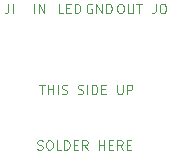
<source format=gbr>
%TF.GenerationSoftware,KiCad,Pcbnew,9.0.0*%
%TF.CreationDate,2025-02-28T17:36:00-08:00*%
%TF.ProjectId,3pdt board,33706474-2062-46f6-9172-642e6b696361,rev?*%
%TF.SameCoordinates,Original*%
%TF.FileFunction,Legend,Top*%
%TF.FilePolarity,Positive*%
%FSLAX46Y46*%
G04 Gerber Fmt 4.6, Leading zero omitted, Abs format (unit mm)*
G04 Created by KiCad (PCBNEW 9.0.0) date 2025-02-28 17:36:00*
%MOMM*%
%LPD*%
G01*
G04 APERTURE LIST*
%ADD10C,0.100000*%
G04 APERTURE END LIST*
D10*
X135628169Y-81858800D02*
X135742455Y-81896895D01*
X135742455Y-81896895D02*
X135932931Y-81896895D01*
X135932931Y-81896895D02*
X136009122Y-81858800D01*
X136009122Y-81858800D02*
X136047217Y-81820704D01*
X136047217Y-81820704D02*
X136085312Y-81744514D01*
X136085312Y-81744514D02*
X136085312Y-81668323D01*
X136085312Y-81668323D02*
X136047217Y-81592133D01*
X136047217Y-81592133D02*
X136009122Y-81554038D01*
X136009122Y-81554038D02*
X135932931Y-81515942D01*
X135932931Y-81515942D02*
X135780550Y-81477847D01*
X135780550Y-81477847D02*
X135704360Y-81439752D01*
X135704360Y-81439752D02*
X135666265Y-81401657D01*
X135666265Y-81401657D02*
X135628169Y-81325466D01*
X135628169Y-81325466D02*
X135628169Y-81249276D01*
X135628169Y-81249276D02*
X135666265Y-81173085D01*
X135666265Y-81173085D02*
X135704360Y-81134990D01*
X135704360Y-81134990D02*
X135780550Y-81096895D01*
X135780550Y-81096895D02*
X135971027Y-81096895D01*
X135971027Y-81096895D02*
X136085312Y-81134990D01*
X136580551Y-81096895D02*
X136732932Y-81096895D01*
X136732932Y-81096895D02*
X136809122Y-81134990D01*
X136809122Y-81134990D02*
X136885313Y-81211180D01*
X136885313Y-81211180D02*
X136923408Y-81363561D01*
X136923408Y-81363561D02*
X136923408Y-81630228D01*
X136923408Y-81630228D02*
X136885313Y-81782609D01*
X136885313Y-81782609D02*
X136809122Y-81858800D01*
X136809122Y-81858800D02*
X136732932Y-81896895D01*
X136732932Y-81896895D02*
X136580551Y-81896895D01*
X136580551Y-81896895D02*
X136504360Y-81858800D01*
X136504360Y-81858800D02*
X136428170Y-81782609D01*
X136428170Y-81782609D02*
X136390074Y-81630228D01*
X136390074Y-81630228D02*
X136390074Y-81363561D01*
X136390074Y-81363561D02*
X136428170Y-81211180D01*
X136428170Y-81211180D02*
X136504360Y-81134990D01*
X136504360Y-81134990D02*
X136580551Y-81096895D01*
X137647217Y-81896895D02*
X137266265Y-81896895D01*
X137266265Y-81896895D02*
X137266265Y-81096895D01*
X137913884Y-81896895D02*
X137913884Y-81096895D01*
X137913884Y-81096895D02*
X138104360Y-81096895D01*
X138104360Y-81096895D02*
X138218646Y-81134990D01*
X138218646Y-81134990D02*
X138294836Y-81211180D01*
X138294836Y-81211180D02*
X138332931Y-81287371D01*
X138332931Y-81287371D02*
X138371027Y-81439752D01*
X138371027Y-81439752D02*
X138371027Y-81554038D01*
X138371027Y-81554038D02*
X138332931Y-81706419D01*
X138332931Y-81706419D02*
X138294836Y-81782609D01*
X138294836Y-81782609D02*
X138218646Y-81858800D01*
X138218646Y-81858800D02*
X138104360Y-81896895D01*
X138104360Y-81896895D02*
X137913884Y-81896895D01*
X138713884Y-81477847D02*
X138980550Y-81477847D01*
X139094836Y-81896895D02*
X138713884Y-81896895D01*
X138713884Y-81896895D02*
X138713884Y-81096895D01*
X138713884Y-81096895D02*
X139094836Y-81096895D01*
X139894837Y-81896895D02*
X139628170Y-81515942D01*
X139437694Y-81896895D02*
X139437694Y-81096895D01*
X139437694Y-81096895D02*
X139742456Y-81096895D01*
X139742456Y-81096895D02*
X139818646Y-81134990D01*
X139818646Y-81134990D02*
X139856741Y-81173085D01*
X139856741Y-81173085D02*
X139894837Y-81249276D01*
X139894837Y-81249276D02*
X139894837Y-81363561D01*
X139894837Y-81363561D02*
X139856741Y-81439752D01*
X139856741Y-81439752D02*
X139818646Y-81477847D01*
X139818646Y-81477847D02*
X139742456Y-81515942D01*
X139742456Y-81515942D02*
X139437694Y-81515942D01*
X140847218Y-81896895D02*
X140847218Y-81096895D01*
X140847218Y-81477847D02*
X141304361Y-81477847D01*
X141304361Y-81896895D02*
X141304361Y-81096895D01*
X141685313Y-81477847D02*
X141951979Y-81477847D01*
X142066265Y-81896895D02*
X141685313Y-81896895D01*
X141685313Y-81896895D02*
X141685313Y-81096895D01*
X141685313Y-81096895D02*
X142066265Y-81096895D01*
X142866266Y-81896895D02*
X142599599Y-81515942D01*
X142409123Y-81896895D02*
X142409123Y-81096895D01*
X142409123Y-81096895D02*
X142713885Y-81096895D01*
X142713885Y-81096895D02*
X142790075Y-81134990D01*
X142790075Y-81134990D02*
X142828170Y-81173085D01*
X142828170Y-81173085D02*
X142866266Y-81249276D01*
X142866266Y-81249276D02*
X142866266Y-81363561D01*
X142866266Y-81363561D02*
X142828170Y-81439752D01*
X142828170Y-81439752D02*
X142790075Y-81477847D01*
X142790075Y-81477847D02*
X142713885Y-81515942D01*
X142713885Y-81515942D02*
X142409123Y-81515942D01*
X143209123Y-81477847D02*
X143475789Y-81477847D01*
X143590075Y-81896895D02*
X143209123Y-81896895D01*
X143209123Y-81896895D02*
X143209123Y-81096895D01*
X143209123Y-81096895D02*
X143590075Y-81096895D01*
X135801979Y-76396895D02*
X136259122Y-76396895D01*
X136030550Y-77196895D02*
X136030550Y-76396895D01*
X136525789Y-77196895D02*
X136525789Y-76396895D01*
X136525789Y-76777847D02*
X136982932Y-76777847D01*
X136982932Y-77196895D02*
X136982932Y-76396895D01*
X137363884Y-77196895D02*
X137363884Y-76396895D01*
X137706740Y-77158800D02*
X137821026Y-77196895D01*
X137821026Y-77196895D02*
X138011502Y-77196895D01*
X138011502Y-77196895D02*
X138087693Y-77158800D01*
X138087693Y-77158800D02*
X138125788Y-77120704D01*
X138125788Y-77120704D02*
X138163883Y-77044514D01*
X138163883Y-77044514D02*
X138163883Y-76968323D01*
X138163883Y-76968323D02*
X138125788Y-76892133D01*
X138125788Y-76892133D02*
X138087693Y-76854038D01*
X138087693Y-76854038D02*
X138011502Y-76815942D01*
X138011502Y-76815942D02*
X137859121Y-76777847D01*
X137859121Y-76777847D02*
X137782931Y-76739752D01*
X137782931Y-76739752D02*
X137744836Y-76701657D01*
X137744836Y-76701657D02*
X137706740Y-76625466D01*
X137706740Y-76625466D02*
X137706740Y-76549276D01*
X137706740Y-76549276D02*
X137744836Y-76473085D01*
X137744836Y-76473085D02*
X137782931Y-76434990D01*
X137782931Y-76434990D02*
X137859121Y-76396895D01*
X137859121Y-76396895D02*
X138049598Y-76396895D01*
X138049598Y-76396895D02*
X138163883Y-76434990D01*
X139078169Y-77158800D02*
X139192455Y-77196895D01*
X139192455Y-77196895D02*
X139382931Y-77196895D01*
X139382931Y-77196895D02*
X139459122Y-77158800D01*
X139459122Y-77158800D02*
X139497217Y-77120704D01*
X139497217Y-77120704D02*
X139535312Y-77044514D01*
X139535312Y-77044514D02*
X139535312Y-76968323D01*
X139535312Y-76968323D02*
X139497217Y-76892133D01*
X139497217Y-76892133D02*
X139459122Y-76854038D01*
X139459122Y-76854038D02*
X139382931Y-76815942D01*
X139382931Y-76815942D02*
X139230550Y-76777847D01*
X139230550Y-76777847D02*
X139154360Y-76739752D01*
X139154360Y-76739752D02*
X139116265Y-76701657D01*
X139116265Y-76701657D02*
X139078169Y-76625466D01*
X139078169Y-76625466D02*
X139078169Y-76549276D01*
X139078169Y-76549276D02*
X139116265Y-76473085D01*
X139116265Y-76473085D02*
X139154360Y-76434990D01*
X139154360Y-76434990D02*
X139230550Y-76396895D01*
X139230550Y-76396895D02*
X139421027Y-76396895D01*
X139421027Y-76396895D02*
X139535312Y-76434990D01*
X139878170Y-77196895D02*
X139878170Y-76396895D01*
X140259122Y-77196895D02*
X140259122Y-76396895D01*
X140259122Y-76396895D02*
X140449598Y-76396895D01*
X140449598Y-76396895D02*
X140563884Y-76434990D01*
X140563884Y-76434990D02*
X140640074Y-76511180D01*
X140640074Y-76511180D02*
X140678169Y-76587371D01*
X140678169Y-76587371D02*
X140716265Y-76739752D01*
X140716265Y-76739752D02*
X140716265Y-76854038D01*
X140716265Y-76854038D02*
X140678169Y-77006419D01*
X140678169Y-77006419D02*
X140640074Y-77082609D01*
X140640074Y-77082609D02*
X140563884Y-77158800D01*
X140563884Y-77158800D02*
X140449598Y-77196895D01*
X140449598Y-77196895D02*
X140259122Y-77196895D01*
X141059122Y-76777847D02*
X141325788Y-76777847D01*
X141440074Y-77196895D02*
X141059122Y-77196895D01*
X141059122Y-77196895D02*
X141059122Y-76396895D01*
X141059122Y-76396895D02*
X141440074Y-76396895D01*
X142392456Y-76396895D02*
X142392456Y-77044514D01*
X142392456Y-77044514D02*
X142430551Y-77120704D01*
X142430551Y-77120704D02*
X142468646Y-77158800D01*
X142468646Y-77158800D02*
X142544837Y-77196895D01*
X142544837Y-77196895D02*
X142697218Y-77196895D01*
X142697218Y-77196895D02*
X142773408Y-77158800D01*
X142773408Y-77158800D02*
X142811503Y-77120704D01*
X142811503Y-77120704D02*
X142849599Y-77044514D01*
X142849599Y-77044514D02*
X142849599Y-76396895D01*
X143230551Y-77196895D02*
X143230551Y-76396895D01*
X143230551Y-76396895D02*
X143535313Y-76396895D01*
X143535313Y-76396895D02*
X143611503Y-76434990D01*
X143611503Y-76434990D02*
X143649598Y-76473085D01*
X143649598Y-76473085D02*
X143687694Y-76549276D01*
X143687694Y-76549276D02*
X143687694Y-76663561D01*
X143687694Y-76663561D02*
X143649598Y-76739752D01*
X143649598Y-76739752D02*
X143611503Y-76777847D01*
X143611503Y-76777847D02*
X143535313Y-76815942D01*
X143535313Y-76815942D02*
X143230551Y-76815942D01*
X142610000Y-69554895D02*
X142762381Y-69554895D01*
X142762381Y-69554895D02*
X142838571Y-69592990D01*
X142838571Y-69592990D02*
X142914762Y-69669180D01*
X142914762Y-69669180D02*
X142952857Y-69821561D01*
X142952857Y-69821561D02*
X142952857Y-70088228D01*
X142952857Y-70088228D02*
X142914762Y-70240609D01*
X142914762Y-70240609D02*
X142838571Y-70316800D01*
X142838571Y-70316800D02*
X142762381Y-70354895D01*
X142762381Y-70354895D02*
X142610000Y-70354895D01*
X142610000Y-70354895D02*
X142533809Y-70316800D01*
X142533809Y-70316800D02*
X142457619Y-70240609D01*
X142457619Y-70240609D02*
X142419523Y-70088228D01*
X142419523Y-70088228D02*
X142419523Y-69821561D01*
X142419523Y-69821561D02*
X142457619Y-69669180D01*
X142457619Y-69669180D02*
X142533809Y-69592990D01*
X142533809Y-69592990D02*
X142610000Y-69554895D01*
X143295714Y-69554895D02*
X143295714Y-70202514D01*
X143295714Y-70202514D02*
X143333809Y-70278704D01*
X143333809Y-70278704D02*
X143371904Y-70316800D01*
X143371904Y-70316800D02*
X143448095Y-70354895D01*
X143448095Y-70354895D02*
X143600476Y-70354895D01*
X143600476Y-70354895D02*
X143676666Y-70316800D01*
X143676666Y-70316800D02*
X143714761Y-70278704D01*
X143714761Y-70278704D02*
X143752857Y-70202514D01*
X143752857Y-70202514D02*
X143752857Y-69554895D01*
X144019523Y-69554895D02*
X144476666Y-69554895D01*
X144248094Y-70354895D02*
X144248094Y-69554895D01*
X137815714Y-70354895D02*
X137434762Y-70354895D01*
X137434762Y-70354895D02*
X137434762Y-69554895D01*
X138082381Y-69935847D02*
X138349047Y-69935847D01*
X138463333Y-70354895D02*
X138082381Y-70354895D01*
X138082381Y-70354895D02*
X138082381Y-69554895D01*
X138082381Y-69554895D02*
X138463333Y-69554895D01*
X138806191Y-70354895D02*
X138806191Y-69554895D01*
X138806191Y-69554895D02*
X138996667Y-69554895D01*
X138996667Y-69554895D02*
X139110953Y-69592990D01*
X139110953Y-69592990D02*
X139187143Y-69669180D01*
X139187143Y-69669180D02*
X139225238Y-69745371D01*
X139225238Y-69745371D02*
X139263334Y-69897752D01*
X139263334Y-69897752D02*
X139263334Y-70012038D01*
X139263334Y-70012038D02*
X139225238Y-70164419D01*
X139225238Y-70164419D02*
X139187143Y-70240609D01*
X139187143Y-70240609D02*
X139110953Y-70316800D01*
X139110953Y-70316800D02*
X138996667Y-70354895D01*
X138996667Y-70354895D02*
X138806191Y-70354895D01*
X145645238Y-69554895D02*
X145645238Y-70126323D01*
X145645238Y-70126323D02*
X145607143Y-70240609D01*
X145607143Y-70240609D02*
X145530952Y-70316800D01*
X145530952Y-70316800D02*
X145416667Y-70354895D01*
X145416667Y-70354895D02*
X145340476Y-70354895D01*
X146178572Y-69554895D02*
X146330953Y-69554895D01*
X146330953Y-69554895D02*
X146407143Y-69592990D01*
X146407143Y-69592990D02*
X146483334Y-69669180D01*
X146483334Y-69669180D02*
X146521429Y-69821561D01*
X146521429Y-69821561D02*
X146521429Y-70088228D01*
X146521429Y-70088228D02*
X146483334Y-70240609D01*
X146483334Y-70240609D02*
X146407143Y-70316800D01*
X146407143Y-70316800D02*
X146330953Y-70354895D01*
X146330953Y-70354895D02*
X146178572Y-70354895D01*
X146178572Y-70354895D02*
X146102381Y-70316800D01*
X146102381Y-70316800D02*
X146026191Y-70240609D01*
X146026191Y-70240609D02*
X145988095Y-70088228D01*
X145988095Y-70088228D02*
X145988095Y-69821561D01*
X145988095Y-69821561D02*
X146026191Y-69669180D01*
X146026191Y-69669180D02*
X146102381Y-69592990D01*
X146102381Y-69592990D02*
X146178572Y-69554895D01*
X133173809Y-69554895D02*
X133173809Y-70126323D01*
X133173809Y-70126323D02*
X133135714Y-70240609D01*
X133135714Y-70240609D02*
X133059523Y-70316800D01*
X133059523Y-70316800D02*
X132945238Y-70354895D01*
X132945238Y-70354895D02*
X132869047Y-70354895D01*
X133554762Y-70354895D02*
X133554762Y-69554895D01*
X135370953Y-70354895D02*
X135370953Y-69554895D01*
X135751905Y-70354895D02*
X135751905Y-69554895D01*
X135751905Y-69554895D02*
X136209048Y-70354895D01*
X136209048Y-70354895D02*
X136209048Y-69554895D01*
X140260476Y-69592990D02*
X140184286Y-69554895D01*
X140184286Y-69554895D02*
X140070000Y-69554895D01*
X140070000Y-69554895D02*
X139955714Y-69592990D01*
X139955714Y-69592990D02*
X139879524Y-69669180D01*
X139879524Y-69669180D02*
X139841429Y-69745371D01*
X139841429Y-69745371D02*
X139803333Y-69897752D01*
X139803333Y-69897752D02*
X139803333Y-70012038D01*
X139803333Y-70012038D02*
X139841429Y-70164419D01*
X139841429Y-70164419D02*
X139879524Y-70240609D01*
X139879524Y-70240609D02*
X139955714Y-70316800D01*
X139955714Y-70316800D02*
X140070000Y-70354895D01*
X140070000Y-70354895D02*
X140146191Y-70354895D01*
X140146191Y-70354895D02*
X140260476Y-70316800D01*
X140260476Y-70316800D02*
X140298572Y-70278704D01*
X140298572Y-70278704D02*
X140298572Y-70012038D01*
X140298572Y-70012038D02*
X140146191Y-70012038D01*
X140641429Y-70354895D02*
X140641429Y-69554895D01*
X140641429Y-69554895D02*
X141098572Y-70354895D01*
X141098572Y-70354895D02*
X141098572Y-69554895D01*
X141479524Y-70354895D02*
X141479524Y-69554895D01*
X141479524Y-69554895D02*
X141670000Y-69554895D01*
X141670000Y-69554895D02*
X141784286Y-69592990D01*
X141784286Y-69592990D02*
X141860476Y-69669180D01*
X141860476Y-69669180D02*
X141898571Y-69745371D01*
X141898571Y-69745371D02*
X141936667Y-69897752D01*
X141936667Y-69897752D02*
X141936667Y-70012038D01*
X141936667Y-70012038D02*
X141898571Y-70164419D01*
X141898571Y-70164419D02*
X141860476Y-70240609D01*
X141860476Y-70240609D02*
X141784286Y-70316800D01*
X141784286Y-70316800D02*
X141670000Y-70354895D01*
X141670000Y-70354895D02*
X141479524Y-70354895D01*
M02*

</source>
